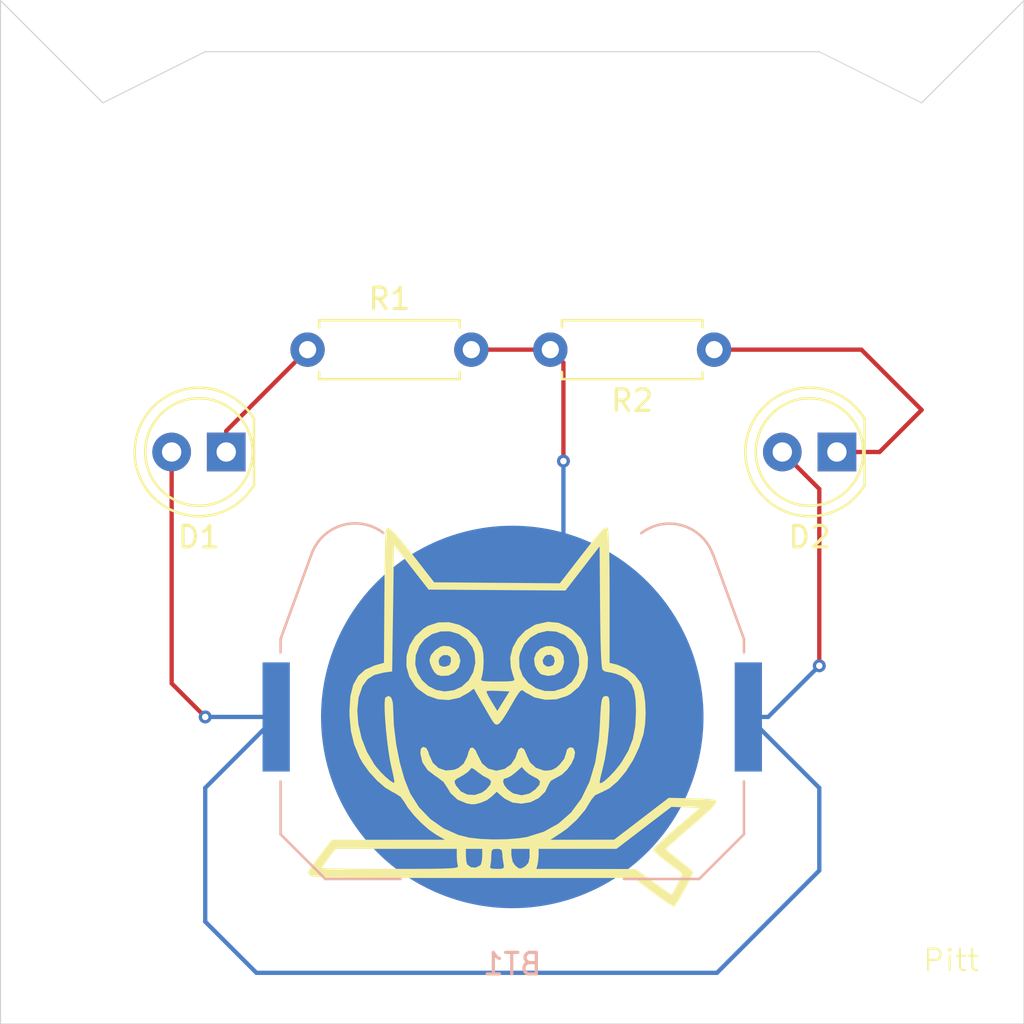
<source format=kicad_pcb>
(kicad_pcb (version 20241229) (generator "pcbnew") (generator_version "9.0")
  (layers (0 "F.Cu" signal) (2 "B.Cu" signal) (13 "F.Paste" user) (15 "B.Paste" user) (5 "F.SilkS" user "F.Silkscreen") (7 "B.SilkS" user "B.Silkscreen") (1 "F.Mask" user) (3 "B.Mask" user) (25 "Edge.Cuts" user))
  (net 0 "")
  (net 1 "Net-(BT1-+)")
  (net 2 "Net-(BT1--)")
  (net 3 "Net-(D1-K)")
  (net 4 "Net-(D2-K)")
  (footprint "Resistor_THT (1):R_Axial_DIN0207_L6.3mm_D2.5mm_P7.62mm_Horizontal" (layer "F.Cu") (at 85.725 61.489325)
    (property "Reference" "R1" (at 3.81 -2.37 0) (layer "F.SilkS"))
    (property "Value" "R")
    (fp_line (start 0.54 -1.37) (end 7.08 -1.37) (stroke (width 0.12)) (layer "F.SilkS"))
    (fp_line (start 0.54 -1.04) (end 0.54 -1.37) (stroke (width 0.12)) (layer "F.SilkS"))
    (fp_line (start 0.54 1.04) (end 0.54 1.37) (stroke (width 0.12)) (layer "F.SilkS"))
    (fp_line (start 0.54 1.37) (end 7.08 1.37) (stroke (width 0.12)) (layer "F.SilkS"))
    (fp_line (start 7.08 -1.37) (end 7.08 -1.04) (stroke (width 0.12)) (layer "F.SilkS"))
    (fp_line (start 7.08 1.37) (end 7.08 1.04) (stroke (width 0.12)) (layer "F.SilkS"))
    (pad "1" thru_hole circle (at 0 0) (size 1.6 1.6) (drill 0.8) (layers "*.Cu" "*.Mask") (net 3 "Net-(D1-K)"))
    (pad "2" thru_hole circle (at 7.62 0) (size 1.6 1.6) (drill 0.8) (layers "*.Cu" "*.Mask") (net 2 "Net-(BT1--)"))
  )
  (footprint "Resistor_THT (1):R_Axial_DIN0207_L6.3mm_D2.5mm_P7.62mm_Horizontal" (layer "F.Cu") (at 104.64125 61.489325 180)
    (property "Reference" "R2" (at 3.81 -2.37 0) (layer "F.SilkS"))
    (property "Value" "R")
    (fp_line (start 7.08 1.37) (end 7.08 1.04) (stroke (width 0.12)) (layer "F.SilkS"))
    (fp_line (start 7.08 -1.37) (end 7.08 -1.04) (stroke (width 0.12)) (layer "F.SilkS"))
    (fp_line (start 0.54 1.37) (end 7.08 1.37) (stroke (width 0.12)) (layer "F.SilkS"))
    (fp_line (start 0.54 1.04) (end 0.54 1.37) (stroke (width 0.12)) (layer "F.SilkS"))
    (fp_line (start 0.54 -1.04) (end 0.54 -1.37) (stroke (width 0.12)) (layer "F.SilkS"))
    (fp_line (start 0.54 -1.37) (end 7.08 -1.37) (stroke (width 0.12)) (layer "F.SilkS"))
    (pad "1" thru_hole circle (at 0 0 180) (size 1.6 1.6) (drill 0.8) (layers "*.Cu" "*.Mask") (net 4 "Net-(D2-K)"))
    (pad "2" thru_hole circle (at 7.62 0 180) (size 1.6 1.6) (drill 0.8) (layers "*.Cu" "*.Mask") (net 2 "Net-(BT1--)"))
  )
  (footprint "LED_THT (1):LED_D5.0mm" (layer "F.Cu") (at 110.35625 66.251825 180)
    (property "Reference" "D2" (at 1.27 -3.96 0) (layer "F.SilkS"))
    (property "Value" "LED")
    (fp_line (start -1.29 -1.545) (end -1.29 1.545) (stroke (width 0.12)) (layer "F.SilkS"))
    (fp_arc (start 4.26 0) (mid 2.071779 2.880495) (end -1.29 1.54483) (stroke (width 0.12)) (layer "F.SilkS"))
    (fp_arc (start -1.29 -1.54483) (mid 2.071779 -2.880495) (end 4.26 0) (stroke (width 0.12)) (layer "F.SilkS"))
    (fp_circle (center 1.27 0) (end 3.77 0) (stroke (width 0.12)) (fill no) (layer "F.SilkS"))
    (pad "1" thru_hole rect (at 0 0 180) (size 1.8 1.8) (drill 0.9) (layers "*.Cu" "*.Mask") (net 4 "Net-(D2-K)"))
    (pad "2" thru_hole circle (at 2.54 0 180) (size 1.8 1.8) (drill 0.9) (layers "*.Cu" "*.Mask") (net 1 "Net-(BT1-+)"))
  )
  (footprint "LOGO" (layer "F.Cu") (at 95.25 78.58125)
    (property "Reference" "G***" (hide yes))
    (property "Value" "LOGO" (hide yes))
    (fp_poly (pts (xy -2.92332 -3.286936) (xy -2.664311 -3.134715) (xy -2.479343 -2.891986) (xy -2.413 -2.613292) (xy -2.487212 -2.301444) (xy -2.684573 -2.06473) (xy -2.967179 -1.925994) (xy -3.297121 -1.908081) (xy -3.494282 -1.961667) (xy -3.620841 -2.078944) (xy -3.746015 -2.290798) (xy -3.833265 -2.526162) (xy -3.841926 -2.586078) (xy -3.429 -2.586078) (xy -3.383695 -2.406524) (xy -3.231055 -2.340345) (xy -3.093502 -2.345613) (xy -2.920819 -2.4132) (xy -2.853148 -2.591429) (xy -2.852578 -2.596233) (xy -2.871685 -2.784771) (xy -3.004808 -2.878394) (xy -3.21891 -2.874305) (xy -3.379501 -2.749571) (xy -3.429 -2.586078) (xy -3.841926 -2.586078) (xy -3.852334 -2.658075) (xy -3.779674 -2.881787) (xy -3.595972 -3.100974) (xy -3.352648 -3.263353) (xy -3.211578 -3.309592)) (fill yes) (layer "F.SilkS"))
    (fp_poly (pts (xy 2.135737 -3.180489) (xy 2.24582 -3.08818) (xy 2.385778 -2.840365) (xy 2.41368 -2.535887) (xy 2.331501 -2.243268) (xy 2.217043 -2.089092) (xy 1.963703 -1.949078) (xy 1.655778 -1.909162) (xy 1.370304 -1.974831) (xy 1.290791 -2.023135) (xy 1.157084 -2.182698) (xy 1.051218 -2.397018) (xy 1.023718 -2.629788) (xy 1.412568 -2.629788) (xy 1.452594 -2.457787) (xy 1.59979 -2.352759) (xy 1.721767 -2.344578) (xy 1.90103 -2.40916) (xy 1.971273 -2.579185) (xy 1.973422 -2.596233) (xy 1.93198 -2.792866) (xy 1.791258 -2.897247) (xy 1.607876 -2.883233) (xy 1.505857 -2.812143) (xy 1.412568 -2.629788) (xy 1.023718 -2.629788) (xy 1.014252 -2.709916) (xy 1.110173 -2.976385) (xy 1.304633 -3.176551) (xy 1.563281 -3.290539) (xy 1.851765 -3.298477)) (fill yes) (layer "F.SilkS"))
    (fp_poly (pts (xy -3.9972 1.448226) (xy -3.906021 1.622269) (xy -3.862669 1.772032) (xy -3.695987 2.135026) (xy -3.427391 2.380053) (xy -3.088906 2.492754) (xy -2.712561 2.458765) (xy -2.511635 2.377889) (xy -2.263326 2.171929) (xy -2.094418 1.841476) (xy -2.035562 1.624207) (xy -1.955537 1.446175) (xy -1.841634 1.420535) (xy -1.71531 1.539642) (xy -1.603983 1.778) (xy -1.405123 2.159496) (xy -1.12096 2.401882) (xy -0.762021 2.496623) (xy -0.716282 2.497666) (xy -0.36318 2.41922) (xy -0.060353 2.208564) (xy 0.147723 1.902722) (xy 0.200584 1.734448) (xy 0.291929 1.502539) (xy 0.418634 1.424916) (xy 0.549623 1.500107) (xy 0.653821 1.726639) (xy 0.661268 1.756272) (xy 0.823671 2.110317) (xy 1.100679 2.364178) (xy 1.45699 2.489406) (xy 1.581296 2.497666) (xy 1.835898 2.468847) (xy 2.045053 2.358291) (xy 2.2098 2.209799) (xy 2.419312 1.943468) (xy 2.497577 1.706222) (xy 2.497666 1.699142) (xy 2.550336 1.50894) (xy 2.675297 1.411253) (xy 2.822979 1.438904) (xy 2.852633 1.4641) (xy 2.923615 1.644179) (xy 2.883956 1.892426) (xy 2.755713 2.171816) (xy 2.560942 2.445324) (xy 2.321698 2.675924) (xy 2.060037 2.826592) (xy 2.035978 2.83502) (xy 1.794492 2.971945) (xy 1.703383 3.122766) (xy 1.530544 3.484375) (xy 1.232132 3.775114) (xy 0.846144 3.967921) (xy 0.421511 4.035777) (xy 0.009155 3.983264) (xy -0.344417 3.807917) (xy -0.529737 3.657125) (xy -0.720807 3.483078) (xy -0.953071 3.700527) (xy -1.188776 3.878816) (xy -1.475353 3.997644) (xy -1.735667 4.061134) (xy -1.906523 4.061215) (xy -2.118439 4.026743) (xy -2.547616 3.847302) (xy -2.873879 3.545612) (xy -3.009226 3.315324) (xy -3.198401 3.027717) (xy -3.274694 2.969167) (xy -2.679261 2.969167) (xy -2.67355 3.070856) (xy -2.612364 3.198792) (xy -2.388972 3.466732) (xy -2.085422 3.612235) (xy -1.743641 3.630205) (xy -1.405555 3.515543) (xy -1.209563 3.369322) (xy -1.023108 3.148902) (xy -0.996567 3.01508) (xy -0.427228 3.01508) (xy -0.362519 3.187179) (xy -0.216461 3.368797) (xy -0.004216 3.525712) (xy 0.06989 3.56276) (xy 0.441946 3.644943) (xy 0.801323 3.562126) (xy 1.076437 3.369322) (xy 1.259878 3.157234) (xy 1.292018 3.000016) (xy 1.171146 2.873191) (xy 1.037166 2.806821) (xy 0.796189 2.672079) (xy 0.602467 2.511299) (xy 0.602098 2.510884) (xy 0.442196 2.331398) (xy 0.154652 2.583866) (xy -0.045152 2.737552) (xy -0.209401 2.827036) (xy -0.25195 2.836333) (xy -0.395426 2.886723) (xy -0.427228 3.01508) (xy -0.996567 3.01508) (xy -0.990691 2.985455) (xy -1.111433 2.867585) (xy -1.16894 2.842566) (xy -1.361092 2.739412) (xy -1.588184 2.578679) (xy -1.634432 2.540949) (xy -1.812802 2.406067) (xy -1.909523 2.38254) (xy -1.952864 2.439214) (xy -2.05201 2.550615) (xy -2.249154 2.69118) (xy -2.369548 2.760328) (xy -2.586474 2.881091) (xy -2.679261 2.969167) (xy -3.274694 2.969167) (xy -3.501407 2.795179) (xy -3.560773 2.761442) (xy -3.937587 2.475282) (xy -4.181322 2.115295) (xy -4.275142 1.7071) (xy -4.275667 1.673487) (xy -4.252247 1.475765) (xy -4.166102 1.401487) (xy -4.116385 1.397)) (fill yes) (layer "F.SilkS"))
    (fp_poly (pts (xy 2.152704 -4.382834) (xy 2.631885 -4.172215) (xy 2.816908 -4.04667) (xy 3.183345 -3.679646) (xy 3.418354 -3.24214) (xy 3.524649 -2.764845) (xy 3.504943 -2.278451) (xy 3.36195 -1.813647) (xy 3.098385 -1.401125) (xy 2.71696 -1.071576) (xy 2.545411 -0.976287) (xy 2.050881 -0.819955) (xy 1.531807 -0.799849) (xy 1.033593 -0.910913) (xy 0.601638 -1.14809) (xy 0.539008 -1.199759) (xy 0.46696 -1.242283) (xy 0.392672 -1.219158) (xy 0.295705 -1.108368) (xy 0.155615 -0.887894) (xy -0.00107 -0.618049) (xy -0.256513 -0.180563) (xy -0.449362 0.119973) (xy -0.59487 0.296985) (xy -0.708289 0.3639) (xy -0.804873 0.334146) (xy -0.899875 0.22115) (xy -0.919555 0.1905) (xy -1.015268 0.031188) (xy -1.167197 -0.228429) (xy -1.347943 -0.541407) (xy -1.415051 -0.658557) (xy -1.723834 -1.198849) (xy -1.200041 -1.198849) (xy -1.179096 -1.113318) (xy -1.087098 -0.928246) (xy -0.966129 -0.720491) (xy -0.69481 -0.27954) (xy -0.415023 -0.732437) (xy -0.135236 -1.185334) (xy -0.648935 -1.210795) (xy -0.925956 -1.218562) (xy -1.126895 -1.213024) (xy -1.200041 -1.198849) (xy -1.723834 -1.198849) (xy -1.791423 -1.317113) (xy -2.00758 -1.147083) (xy -2.457242 -0.894424) (xy -2.9533 -0.787244) (xy -3.46224 -0.821728) (xy -3.950546 -0.994064) (xy -4.384703 -1.300437) (xy -4.511898 -1.432031) (xy -4.790777 -1.867373) (xy -4.924331 -2.347579) (xy -4.923223 -2.450468) (xy -4.515084 -2.450468) (xy -4.411526 -2.057047) (xy -4.20139 -1.713879) (xy -3.905495 -1.441079) (xy -3.54466 -1.258765) (xy -3.139702 -1.187054) (xy -2.711441 -1.246062) (xy -2.353768 -1.408377) (xy -2.03201 -1.699145) (xy -1.816134 -2.085658) (xy -1.718493 -2.522506) (xy -1.751437 -2.964276) (xy -1.854539 -3.243949) (xy -2.130142 -3.613045) (xy -2.489583 -3.859289) (xy -2.899249 -3.981814) (xy -3.325531 -3.979752) (xy -3.734818 -3.852235) (xy -4.0935 -3.598394) (xy -4.319197 -3.307596) (xy -4.491248 -2.874023) (xy -4.515084 -2.450468) (xy -4.923223 -2.450468) (xy -4.919 -2.842399) (xy -4.781221 -3.321583) (xy -4.517432 -3.754883) (xy -4.134071 -4.112048) (xy -3.913042 -4.245723) (xy -3.442385 -4.399857) (xy -2.947852 -4.409068) (xy -2.463824 -4.28743) (xy -2.024685 -4.049018) (xy -1.664815 -3.707903) (xy -1.418599 -3.278161) (xy -1.396436 -3.215624) (xy -1.345515 -2.937084) (xy -1.331419 -2.574736) (xy -1.352067 -2.201932) (xy -1.405379 -1.892022) (xy -1.436622 -1.799167) (xy -1.451753 -1.731002) (xy -1.408142 -1.687599) (xy -1.27763 -1.663462) (xy -1.032062 -1.653097) (xy -0.677334 -1.651) (xy -0.300008 -1.653515) (xy -0.06381 -1.66472) (xy 0.059435 -1.690111) (xy 0.0979 -1.735182) (xy 0.082457 -1.799167) (xy 0.023481 -1.972852) (xy -0.047373 -2.225848) (xy -0.068369 -2.309368) (xy -0.097028 -2.764901) (xy -0.096568 -2.766723) (xy 0.321481 -2.766723) (xy 0.335228 -2.308751) (xy 0.487533 -1.906356) (xy 0.751906 -1.577262) (xy 1.101857 -1.33919) (xy 1.510897 -1.209864) (xy 1.952535 -1.207005) (xy 2.400282 -1.348337) (xy 2.423765 -1.360234) (xy 2.773288 -1.628195) (xy 3.005799 -1.9886) (xy 3.11559 -2.406277) (xy 3.096951 -2.846054) (xy 2.944174 -3.27276) (xy 2.774559 -3.52133) (xy 2.428904 -3.817448) (xy 2.033344 -3.973745) (xy 1.618172 -3.99954) (xy 1.213679 -3.904151) (xy 0.850158 -3.696897) (xy 0.557899 -3.387095) (xy 0.367195 -2.984064) (xy 0.321481 -2.766723) (xy -0.096568 -2.766723) (xy 0.018702 -3.223525) (xy 0.258119 -3.650673) (xy 0.600519 -4.011778) (xy 1.025199 -4.272273) (xy 1.132478 -4.314371) (xy 1.659633 -4.429149)) (fill yes) (layer "F.SilkS"))
    (fp_poly (pts (xy 4.432149 -8.812897) (xy 4.441291 -8.807626) (xy 4.468138 -8.704966) (xy 4.490151 -8.433385) (xy 4.507319 -7.993226) (xy 4.519634 -7.384832) (xy 4.527086 -6.608546) (xy 4.529664 -5.664711) (xy 4.529666 -5.635388) (xy 4.529666 -2.51777) (xy 4.908482 -2.422383) (xy 5.325281 -2.244032) (xy 5.699256 -1.951371) (xy 5.974622 -1.591008) (xy 6.023794 -1.490557) (xy 6.12636 -1.133608) (xy 6.187965 -0.669103) (xy 6.206583 -0.15428) (xy 6.180189 0.353621) (xy 6.106756 0.79736) (xy 6.10501 0.804333) (xy 5.904003 1.417171) (xy 5.625991 2.002367) (xy 5.291166 2.532142) (xy 4.919721 2.978718) (xy 4.531849 3.314317) (xy 4.147741 3.511161) (xy 4.134343 3.515277) (xy 3.850549 3.646474) (xy 3.677077 3.854806) (xy 3.662649 3.883654) (xy 3.390057 4.327438) (xy 3.009157 4.777789) (xy 2.569567 5.180171) (xy 2.314638 5.365282) (xy 1.779412 5.715) (xy 3.260372 5.712092) (xy 4.741333 5.709184) (xy 6.011282 4.736115) (xy 7.281232 3.763045) (xy 8.380904 3.786522) (xy 8.840349 3.79927) (xy 9.156434 3.81689) (xy 9.35513 3.84302) (xy 9.462406 3.881297) (xy 9.504232 3.935358) (xy 9.506294 3.944136) (xy 9.451431 4.051224) (xy 9.270832 4.252223) (xy 8.973383 4.538323) (xy 8.567966 4.900718) (xy 8.364339 5.07637) (xy 7.989957 5.398555) (xy 7.662656 5.684356) (xy 7.403348 5.915178) (xy 7.232942 6.072422) (xy 7.172593 6.136288) (xy 7.225214 6.210437) (xy 7.38634 6.358746) (xy 7.627384 6.555973) (xy 7.786426 6.678234) (xy 8.062367 6.892257) (xy 8.27752 7.071197) (xy 8.402112 7.189653) (xy 8.421247 7.219847) (xy 8.379716 7.337995) (xy 8.274979 7.556528) (xy 8.128533 7.83676) (xy 7.961874 8.140009) (xy 7.796499 8.427591) (xy 7.653903 8.660823) (xy 7.555583 8.801021) (xy 7.529746 8.824143) (xy 7.432218 8.78589) (xy 7.228696 8.661967) (xy 6.946905 8.470591) (xy 6.614572 8.229976) (xy 6.537369 8.172195) (xy 5.635246 7.493) (xy -1.849844 7.493) (xy -3.165628 7.492705) (xy -4.322142 7.491712) (xy -5.329449 7.489858) (xy -6.197611 7.486979) (xy -6.936691 7.482911) (xy -7.556751 7.477492) (xy -8.067854 7.470556) (xy -8.480062 7.461942) (xy -8.803438 7.451485) (xy -9.048045 7.439021) (xy -9.223944 7.424389) (xy -9.3412 7.407422) (xy -9.409873 7.38796) (xy -9.437256 7.369708) (xy -9.484472 7.304328) (xy -9.497508 7.235178) (xy -9.462774 7.136665) (xy -9.392939 7.025134) (xy -8.847667 7.025134) (xy -8.766082 7.03514) (xy -8.533647 7.044361) (xy -8.168848 7.052539) (xy -7.690169 7.059415) (xy -7.116092 7.064731) (xy -6.465102 7.068228) (xy -5.755684 7.069648) (xy -5.663609 7.069666) (xy -4.841839 7.069118) (xy -4.174095 7.067038) (xy -3.64507 7.06277) (xy -3.239458 7.055662) (xy -2.941955 7.045059) (xy -2.737254 7.030305) (xy -2.677427 7.021107) (xy -1.027482 7.021107) (xy -0.925443 7.060807) (xy -0.718142 7.069666) (xy 1.12325 7.069666) (xy 3.440291 7.072561) (xy 5.757333 7.075457) (xy 6.559551 7.665228) (xy 6.877253 7.895968) (xy 7.144012 8.08439) (xy 7.331234 8.210661) (xy 7.409747 8.255) (xy 7.468929 8.185186) (xy 7.575521 8.003223) (xy 7.691055 7.779248) (xy 7.80835 7.529811) (xy 7.8831 7.350597) (xy 7.899192 7.28441) (xy 7.824873 7.228883) (xy 7.645529 7.095101) (xy 7.391909 6.905999) (xy 7.217833 6.776237) (xy 6.935897 6.555763) (xy 6.714639 6.363088) (xy 6.584048 6.225398) (xy 6.561666 6.181363) (xy 6.623131 6.093627) (xy 6.793262 5.917869) (xy 7.05066 5.674495) (xy 7.373929 5.383914) (xy 7.638341 5.154454) (xy 8.715015 4.233333) (xy 8.061501 4.208602) (xy 7.407987 4.18387) (xy 6.128517 5.161102) (xy 4.849047 6.138333) (xy 3.038356 6.138333) (xy 1.227666 6.138333) (xy 1.22651 6.4135) (xy 1.209618 6.673266) (xy 1.174302 6.879166) (xy 1.12325 7.069666) (xy -0.718142 7.069666) (xy -0.494519 7.063445) (xy -0.39978 7.021419) (xy -0.393478 6.908546) (xy -0.41275 6.805083) (xy -0.451621 6.545731) (xy -0.459182 6.434666) (xy -0.042334 6.434666) (xy 0.01866 6.736186) (xy 0.127 6.900333) (xy 0.288074 7.036978) (xy 0.421534 7.050624) (xy 0.602964 6.947072) (xy 0.616161 6.937865) (xy 0.753562 6.782766) (xy 0.802873 6.542665) (xy 0.804333 6.472199) (xy 0.804333 6.138333) (xy 0.381 6.138333) (xy -0.042334 6.138333) (xy -0.042334 6.434666) (xy -0.459182 6.434666) (xy -0.465667 6.339416) (xy -0.495306 6.195149) (xy -0.617606 6.142612) (xy -0.719667 6.138333) (xy -0.883723 6.152155) (xy -0.955797 6.226273) (xy -0.973386 6.409661) (xy -0.973667 6.470075) (xy -0.986365 6.720894) (xy -1.017656 6.912994) (xy -1.025059 6.935741) (xy -1.027482 7.021107) (xy -2.677427 7.021107) (xy -2.610049 7.010748) (xy -2.545035 6.985732) (xy -2.526905 6.954603) (xy -2.530942 6.935741) (xy -2.564672 6.765877) (xy -2.581798 6.519254) (xy -2.582334 6.470075) (xy -2.582334 6.138333) (xy -2.159 6.138333) (xy -2.157704 6.455833) (xy -2.141231 6.689035) (xy -2.1024 6.85146) (xy -2.094204 6.866471) (xy -1.920692 6.994475) (xy -1.697616 7.009163) (xy -1.500993 6.910811) (xy -1.461797 6.864175) (xy -1.420393 6.7246) (xy -1.39902 6.49881) (xy -1.398297 6.455833) (xy -1.397 6.138333) (xy -1.778 6.138333) (xy -2.159 6.138333) (xy -2.582334 6.138333) (xy -5.400595 6.138333) (xy -8.218855 6.138333) (xy -8.533261 6.559467) (xy -8.697762 6.786436) (xy -8.811566 6.956121) (xy -8.847667 7.025134) (xy -9.392939 7.025134) (xy -9.366681 6.983199) (xy -9.195636 6.74919) (xy -8.936051 6.409045) (xy -8.906971 6.371166) (xy -8.403176 5.715) (xy -5.767922 5.714205) (xy -3.132667 5.71341) (xy -3.562669 5.466772) (xy -3.887079 5.239266) (xy -4.241091 4.925518) (xy -4.580384 4.571361) (xy -4.860634 4.222626) (xy -5.023318 3.956406) (xy -5.19654 3.71919) (xy -5.483214 3.534326) (xy -5.56487 3.497333) (xy -5.916102 3.286401) (xy -6.292959 2.96127) (xy -6.655498 2.563862) (xy -6.963777 2.136104) (xy -7.108807 1.876774) (xy -7.356634 1.27759) (xy -7.506171 0.670784) (xy -7.570775 -0.005808) (xy -7.575835 -0.296334) (xy -7.575294 -0.304886) (xy -7.21152 -0.304886) (xy -7.162161 0.337562) (xy -7.010213 0.992639) (xy -6.761788 1.625046) (xy -6.423001 2.199482) (xy -6.331776 2.321174) (xy -6.126246 2.559364) (xy -5.904575 2.780199) (xy -5.700391 2.954414) (xy -5.547323 3.052744) (xy -5.485101 3.057989) (xy -5.491135 2.969108) (xy -5.53078 2.755307) (xy -5.5964 2.455899) (xy -5.628542 2.319591) (xy -5.700995 1.963865) (xy -5.768601 1.533336) (xy -5.828695 1.059701) (xy -5.878614 0.574656) (xy -5.915692 0.109898) (xy -5.937265 -0.302877) (xy -5.94067 -0.631971) (xy -5.92324 -0.845688) (xy -5.8998 -0.907401) (xy -5.75331 -0.982131) (xy -5.635956 -0.906296) (xy -5.562703 -0.698067) (xy -5.545667 -0.477295) (xy -5.507821 0.393167) (xy -5.400171 1.276345) (xy -5.231554 2.127713) (xy -5.010804 2.902744) (xy -4.746757 3.556911) (xy -4.74411 3.562319) (xy -4.342245 4.197736) (xy -3.814992 4.745735) (xy -3.19166 5.184439) (xy -2.501555 5.491973) (xy -1.989667 5.618279) (xy -1.471568 5.676179) (xy -0.873773 5.699501) (xy -0.260954 5.689006) (xy 0.302215 5.645453) (xy 0.675283 5.586952) (xy 1.463291 5.341551) (xy 2.149504 4.961437) (xy 2.733134 4.447806) (xy 3.213396 3.801851) (xy 3.589505 3.024767) (xy 3.860672 2.117749) (xy 4.026113 1.081992) (xy 4.073289 0.423333) (xy 4.097513 -0.093878) (xy 4.122034 -0.465556) (xy 4.151756 -0.715441) (xy 4.191585 -0.867271) (xy 4.246427 -0.944785) (xy 4.321184 -0.971721) (xy 4.361946 -0.973667) (xy 4.44451 -0.959545) (xy 4.494462 -0.894822) (xy 4.519842 -0.745963) (xy 4.528692 -0.479434) (xy 4.529428 -0.275167) (xy 4.503038 0.449195) (xy 4.429894 1.202881) (xy 4.31833 1.918272) (xy 4.189559 2.482195) (xy 4.116685 2.767723) (xy 4.073683 2.982488) (xy 4.069487 3.081554) (xy 4.070221 3.082443) (xy 4.163362 3.066364) (xy 4.331547 2.945542) (xy 4.545206 2.748388) (xy 4.77477 2.503312) (xy 4.990666 2.238723) (xy 5.083797 2.108655) (xy 5.401514 1.56839) (xy 5.609781 1.027161) (xy 5.723438 0.43291) (xy 5.757333 -0.254) (xy 5.739053 -0.798377) (xy 5.676372 -1.205538) (xy 5.557522 -1.504428) (xy 5.37074 -1.723989) (xy 5.10426 -1.893166) (xy 5.08773 -1.901258) (xy 4.821719 -2.007686) (xy 4.579823 -2.06869) (xy 4.513302 -2.074334) (xy 4.311577 -2.115712) (xy 4.202525 -2.187446) (xy 4.172123 -2.304008) (xy 4.146196 -2.576757) (xy 4.124636 -3.008403) (xy 4.107337 -3.601656) (xy 4.09419 -4.359227) (xy 4.086325 -5.118505) (xy 4.064 -7.936451) (xy 3.270105 -6.909385) (xy 2.476211 -5.882318) (xy -0.707639 -5.904493) (xy -3.891488 -5.926667) (xy -4.697411 -6.958248) (xy -5.503334 -7.989828) (xy -5.545667 -5.054253) (xy -5.588 -2.118678) (xy -5.995475 -2.060432) (xy -6.418413 -1.955714) (xy -6.723267 -1.76528) (xy -6.950756 -1.462205) (xy -6.978019 -1.410686) (xy -7.152177 -0.899402) (xy -7.21152 -0.304886) (xy -7.575294 -0.304886) (xy -7.533562 -0.964518) (xy -7.401807 -1.496838) (xy -7.173661 -1.905269) (xy -6.842212 -2.201784) (xy -6.40055 -2.398358) (xy -6.355011 -2.411598) (xy -5.97104 -2.519103) (xy -5.948854 -5.662218) (xy -5.942766 -6.474796) (xy -5.936527 -7.134026) (xy -5.929224 -7.65589) (xy -5.919948 -8.056373) (xy -5.907786 -8.351458) (xy -5.891828 -8.557128) (xy -5.871164 -8.689366) (xy -5.844881 -8.764156) (xy -5.81207 -8.797481) (xy -5.771819 -8.805324) (xy -5.769721 -8.805334) (xy -5.653121 -8.735964) (xy -5.446218 -8.531111) (xy -5.153425 -8.195661) (xy -4.779154 -7.734497) (xy -4.622739 -7.535334) (xy -3.632703 -6.265334) (xy -0.709135 -6.243087) (xy 2.214434 -6.22084) (xy 3.152248 -7.432468) (xy 3.527667 -7.915102) (xy 3.815372 -8.277499) (xy 4.029475 -8.534714) (xy 4.18409 -8.701805) (xy 4.293332 -8.793828) (xy 4.371314 -8.82584)) (fill yes) (layer "F.SilkS"))
  )
  (footprint "LED_THT (1):LED_D5.0mm" (layer "F.Cu") (at 81.94 66.251825 180)
    (property "Reference" "D1" (at 1.27 -3.96 0) (layer "F.SilkS"))
    (property "Value" "LED")
    (fp_line (start -1.29 -1.545) (end -1.29 1.545) (stroke (width 0.12)) (layer "F.SilkS"))
    (fp_arc (start 4.26 0) (mid 2.071779 2.880495) (end -1.29 1.54483) (stroke (width 0.12)) (layer "F.SilkS"))
    (fp_arc (start -1.29 -1.54483) (mid 2.071779 -2.880495) (end 4.26 0) (stroke (width 0.12)) (layer "F.SilkS"))
    (fp_circle (center 1.27 0) (end 3.77 0) (stroke (width 0.12)) (fill no) (layer "F.SilkS"))
    (pad "1" thru_hole rect (at 0 0 180) (size 1.8 1.8) (drill 0.9) (layers "*.Cu" "*.Mask") (net 3 "Net-(D1-K)"))
    (pad "2" thru_hole circle (at 2.54 0 180) (size 1.8 1.8) (drill 0.9) (layers "*.Cu" "*.Mask") (net 1 "Net-(BT1-+)"))
  )
  (footprint "Battery (1):BatteryHolder_Keystone_3034_1x20mm" (layer "B.Cu") (at 95.25 78.58125)
    (property "Reference" "BT1" (at 0 11.5 0) (layer "B.SilkS") (effects (justify mirror)))
    (property "Value" "Battery_Cell")
    (fp_line (start -10.78 -3.63) (end -9.34 -7.58) (stroke (width 0.12)) (layer "B.SilkS"))
    (fp_line (start -10.78 -3) (end -10.78 -3.63) (stroke (width 0.12)) (layer "B.SilkS"))
    (fp_line (start -10.78 5.46) (end -10.78 3) (stroke (width 0.12)) (layer "B.SilkS"))
    (fp_line (start -8.7 7.54) (end -10.78 5.46) (stroke (width 0.12)) (layer "B.SilkS"))
    (fp_line (start -5.2 7.54) (end -8.7 7.54) (stroke (width 0.12)) (layer "B.SilkS"))
    (fp_line (start 8.7 7.54) (end 5.2 7.54) (stroke (width 0.12)) (layer "B.SilkS"))
    (fp_line (start 8.7 7.54) (end 10.78 5.46) (stroke (width 0.12)) (layer "B.SilkS"))
    (fp_line (start 10.78 -3.63) (end 9.34 -7.58) (stroke (width 0.12)) (layer "B.SilkS"))
    (fp_line (start 10.78 -3) (end 10.78 -3.63) (stroke (width 0.12)) (layer "B.SilkS"))
    (fp_line (start 10.78 5.46) (end 10.78 3) (stroke (width 0.12)) (layer "B.SilkS"))
    (fp_arc (start -9.34 -7.58) (mid -7.921654 -8.918738) (end -6.003354 -8.56653) (stroke (width 0.12)) (layer "B.SilkS"))
    (fp_arc (start 6 -8.55) (mid 7.90634 -8.911669) (end 9.325243 -7.588169) (stroke (width 0.12)) (layer "B.SilkS"))
    (pad "1" smd rect (at -10.985 0) (size 1.27 5.08) (layers "B.Cu" "B.Mask" "B.Paste") (net 1 "Net-(BT1-+)"))
    (pad "1" smd rect (at 10.985 0) (size 1.27 5.08) (layers "B.Cu" "B.Mask" "B.Paste") (net 1 "Net-(BT1-+)"))
    (pad "2" smd circle (at 0 0) (size 17.8 17.8) (layers "B.Cu" "B.Mask") (net 2 "Net-(BT1--)"))
  )
  (gr_poly (pts (xy 119.0625 92.86875) (xy 119.0625 45.24375) (xy 114.3 50.00625) (xy 109.5375 47.625) (xy 80.9625 47.625) (xy 76.2 50.00625) (xy 71.4375 45.24375) (xy 71.4375 92.86875)) (stroke (width 0.05)) (fill no) (layer "Edge.Cuts"))
  (gr_text "Pitt\n" (at 114.3 90.4875 0) (layer "F.SilkS") (effects (font (size 1 1) (thickness 0.1)) (justify left bottom)))
  (segment (start 107.81625 66.251825) (end 109.5375 67.973075) (width 0.2) (layer "F.Cu") (net 1))
  (segment (start 79.4 66.251825) (end 79.4 77.01875) (width 0.2) (layer "F.Cu") (net 1))
  (segment (start 79.4 77.01875) (end 80.9625 78.58125) (width 0.2) (layer "F.Cu") (net 1))
  (segment (start 109.5375 67.973075) (end 109.5375 76.2) (width 0.2) (layer "F.Cu") (net 1))
  (via (at 109.5375 76.2) (size 0.6) (drill 0.3) (layers "F.Cu" "B.Cu") (net 1))
  (via (at 80.9625 78.58125) (size 0.6) (drill 0.3) (layers "F.Cu" "B.Cu") (net 1))
  (segment (start 107.15625 78.58125) (end 106.235 78.58125) (width 0.2) (layer "B.Cu") (net 1))
  (segment (start 80.9625 78.58125) (end 84.265 78.58125) (width 0.2) (layer "B.Cu") (net 1))
  (segment (start 80.9625 81.88375) (end 80.9625 88.10625) (width 0.2) (layer "B.Cu") (net 1))
  (segment (start 104.775 90.4875) (end 109.5375 85.725) (width 0.2) (layer "B.Cu") (net 1))
  (segment (start 83.34375 90.4875) (end 104.775 90.4875) (width 0.2) (layer "B.Cu") (net 1))
  (segment (start 84.265 78.58125) (end 80.9625 81.88375) (width 0.2) (layer "B.Cu") (net 1))
  (segment (start 109.5375 85.725) (end 109.5375 81.88375) (width 0.2) (layer "B.Cu") (net 1))
  (segment (start 109.5375 76.2) (end 107.15625 78.58125) (width 0.2) (layer "B.Cu") (net 1))
  (segment (start 80.9625 88.10625) (end 83.34375 90.4875) (width 0.2) (layer "B.Cu") (net 1))
  (segment (start 109.5375 81.88375) (end 106.235 78.58125) (width 0.2) (layer "B.Cu") (net 1))
  (segment (start 97.02125 61.489325) (end 97.63125 62.099325) (width 0.2) (layer "F.Cu") (net 2))
  (segment (start 97.63125 62.099325) (end 97.63125 66.675) (width 0.2) (layer "F.Cu") (net 2))
  (segment (start 93.345 61.489325) (end 97.02125 61.489325) (width 0.2) (layer "F.Cu") (net 2))
  (via (at 97.63125 66.675) (size 0.6) (drill 0.3) (layers "F.Cu" "B.Cu") (net 2))
  (segment (start 97.63125 66.675) (end 97.63125 76.2) (width 0.2) (layer "B.Cu") (net 2))
  (segment (start 97.63125 76.2) (end 95.25 78.58125) (width 0.2) (layer "B.Cu") (net 2))
  (segment (start 81.94 65.274325) (end 85.725 61.489325) (width 0.2) (layer "F.Cu") (net 3))
  (segment (start 81.94 66.251825) (end 81.94 65.274325) (width 0.2) (layer "F.Cu") (net 3))
  (segment (start 114.3 64.29375) (end 112.341925 66.251825) (width 0.2) (layer "F.Cu") (net 4))
  (segment (start 112.341925 66.251825) (end 110.35625 66.251825) (width 0.2) (layer "F.Cu") (net 4))
  (segment (start 104.64125 61.489325) (end 111.495575 61.489325) (width 0.2) (layer "F.Cu") (net 4))
  (segment (start 111.495575 61.489325) (end 114.3 64.29375) (width 0.2) (layer "F.Cu") (net 4))
)
</source>
